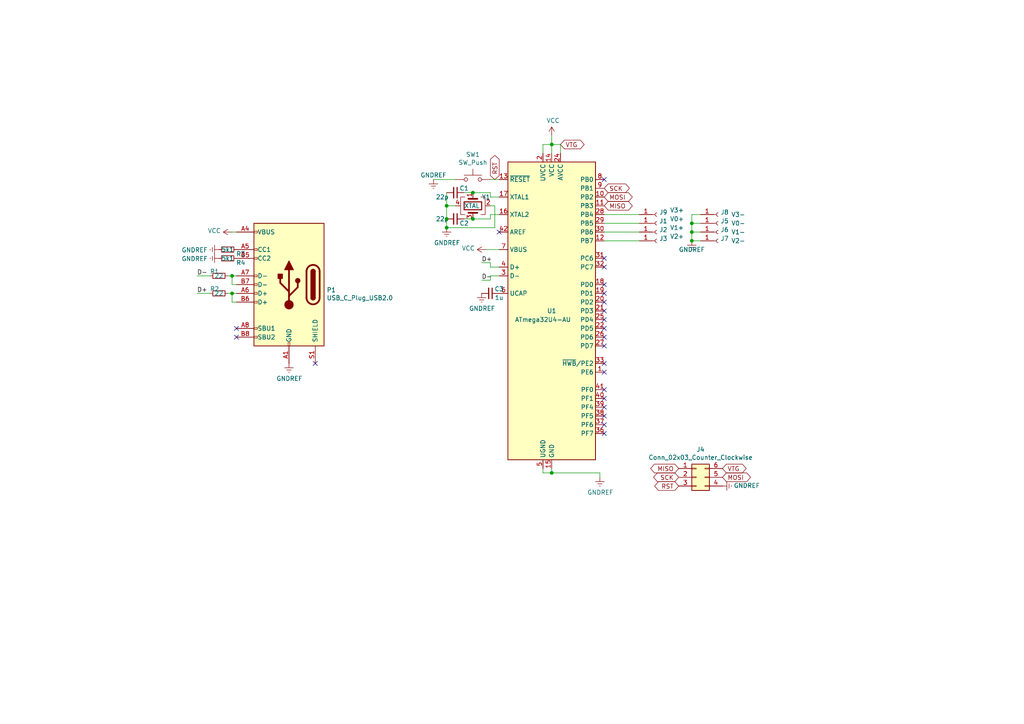
<source format=kicad_sch>
(kicad_sch (version 20211123) (generator eeschema)
  (paper "A4")
  (lib_symbols
    (symbol "Connector:Conn_01x01_Female" (pin_names (offset 1.016) hide)
      (property "Reference" "J" (at 0 2.54 0))
      (property "Value" "Conn_01x01_Female" (at 0 -2.54 0))
      (symbol "Conn_01x01_Female_1_1"
        (polyline (pts (xy -1.27 0) (xy -0.508 0)) (stroke (width 0.1524)))
        (arc (start 0 0.508) (mid -0.508 0) (end 0 -0.508) (stroke (width 0.1524)))
        (pin passive line (at -5.08 0 0) (length 3.81) (name "Pin_1") (number "1"))
      )
    )
    (symbol "Connector:USB_C_Receptacle_USB2.0" (pin_names (offset 1.016))
      (property "Reference" "J" (at -10.16 19.05 0))
      (property "Value" "USB_C_Receptacle_USB2.0" (at 19.05 19.05 0))
      (symbol "USB_C_Receptacle_USB2.0_0_0"
        (rectangle (start -0.254 -17.78) (end 0.254 -16.764))
        (rectangle (start 10.16 -14.986) (end 9.144 -15.494))
        (rectangle (start 10.16 -12.446) (end 9.144 -12.954))
        (rectangle (start 10.16 -4.826) (end 9.144 -5.334))
        (rectangle (start 10.16 -2.286) (end 9.144 -2.794))
        (rectangle (start 10.16 0.254) (end 9.144 -0.254))
        (rectangle (start 10.16 2.794) (end 9.144 2.286))
        (rectangle (start 10.16 7.874) (end 9.144 7.366))
        (rectangle (start 10.16 10.414) (end 9.144 9.906))
        (rectangle (start 10.16 15.494) (end 9.144 14.986))
      )
      (symbol "USB_C_Receptacle_USB2.0_0_1"
        (rectangle (start -10.16 17.78) (end 10.16 -17.78) (stroke (width 0.254)) (fill (type background)))
        (arc (start -8.89 -3.81) (mid -6.985 -5.715) (end -5.08 -3.81) (stroke (width 0.508)))
        (arc (start -7.62 -3.81) (mid -6.985 -4.445) (end -6.35 -3.81) (stroke (width 0.254)))
        (arc (start -7.62 -3.81) (mid -6.985 -4.445) (end -6.35 -3.81) (stroke (width 0.254)) (fill (type outline)))
        (rectangle (start -7.62 -3.81) (end -6.35 3.81) (stroke (width 0.254)) (fill (type outline)))
        (arc (start -6.35 3.81) (mid -6.985 4.445) (end -7.62 3.81) (stroke (width 0.254)))
        (arc (start -6.35 3.81) (mid -6.985 4.445) (end -7.62 3.81) (stroke (width 0.254)) (fill (type outline)))
        (arc (start -5.08 3.81) (mid -6.985 5.715) (end -8.89 3.81) (stroke (width 0.508)))
        (circle (center -2.54 1.143) (radius 0.635) (stroke (width 0.254)) (fill (type outline)))
        (circle (center 0 -5.842) (radius 1.27) (fill (type outline)))
        (polyline (pts (xy -8.89 -3.81) (xy -8.89 3.81)) (stroke (width 0.508)))
        (polyline (pts (xy -5.08 3.81) (xy -5.08 -3.81)) (stroke (width 0.508)))
        (polyline (pts (xy 0 -5.842) (xy 0 4.318)) (stroke (width 0.508)))
        (polyline (pts (xy 0 -3.302) (xy -2.54 -0.762) (xy -2.54 0.508)) (stroke (width 0.508)))
        (polyline (pts (xy 0 -2.032) (xy 2.54 0.508) (xy 2.54 1.778)) (stroke (width 0.508)))
        (polyline (pts (xy -1.27 4.318) (xy 0 6.858) (xy 1.27 4.318) (xy -1.27 4.318)) (stroke (width 0.254)) (fill (type outline)))
        (rectangle (start 1.905 1.778) (end 3.175 3.048) (stroke (width 0.254)) (fill (type outline)))
      )
      (symbol "USB_C_Receptacle_USB2.0_1_1"
        (pin passive line (at 0 -22.86 90) (length 5.08) (name "GND") (number "A1"))
        (pin passive line (at 0 -22.86 90) (length 5.08) hide (name "GND") (number "A12"))
        (pin passive line (at 15.24 15.24 180) (length 5.08) (name "VBUS") (number "A4"))
        (pin bidirectional line (at 15.24 10.16 180) (length 5.08) (name "CC1") (number "A5"))
        (pin bidirectional line (at 15.24 -2.54 180) (length 5.08) (name "D+") (number "A6"))
        (pin bidirectional line (at 15.24 2.54 180) (length 5.08) (name "D-") (number "A7"))
        (pin bidirectional line (at 15.24 -12.7 180) (length 5.08) (name "SBU1") (number "A8"))
        (pin passive line (at 15.24 15.24 180) (length 5.08) hide (name "VBUS") (number "A9"))
        (pin passive line (at 0 -22.86 90) (length 5.08) hide (name "GND") (number "B1"))
        (pin passive line (at 0 -22.86 90) (length 5.08) hide (name "GND") (number "B12"))
        (pin passive line (at 15.24 15.24 180) (length 5.08) hide (name "VBUS") (number "B4"))
        (pin bidirectional line (at 15.24 7.62 180) (length 5.08) (name "CC2") (number "B5"))
        (pin bidirectional line (at 15.24 -5.08 180) (length 5.08) (name "D+") (number "B6"))
        (pin bidirectional line (at 15.24 0 180) (length 5.08) (name "D-") (number "B7"))
        (pin bidirectional line (at 15.24 -15.24 180) (length 5.08) (name "SBU2") (number "B8"))
        (pin passive line (at 15.24 15.24 180) (length 5.08) hide (name "VBUS") (number "B9"))
        (pin passive line (at -7.62 -22.86 90) (length 5.08) (name "SHIELD") (number "S1"))
      )
    )
    (symbol "Connector_Generic:Conn_02x03_Counter_Clockwise" (pin_names (offset 1.016) hide)
      (property "Reference" "J" (at 1.27 5.08 0))
      (property "Value" "Conn_02x03_Counter_Clockwise" (at 1.27 -5.08 0))
      (symbol "Conn_02x03_Counter_Clockwise_1_1"
        (rectangle (start -1.27 -2.413) (end 0 -2.667) (stroke (width 0.1524)))
        (rectangle (start -1.27 0.127) (end 0 -0.127) (stroke (width 0.1524)))
        (rectangle (start -1.27 2.667) (end 0 2.413) (stroke (width 0.1524)))
        (rectangle (start -1.27 3.81) (end 3.81 -3.81) (stroke (width 0.254)) (fill (type background)))
        (rectangle (start 3.81 -2.413) (end 2.54 -2.667) (stroke (width 0.1524)))
        (rectangle (start 3.81 0.127) (end 2.54 -0.127) (stroke (width 0.1524)))
        (rectangle (start 3.81 2.667) (end 2.54 2.413) (stroke (width 0.1524)))
        (pin passive line (at -5.08 2.54 0) (length 3.81) (name "Pin_1") (number "1"))
        (pin passive line (at -5.08 0 0) (length 3.81) (name "Pin_2") (number "2"))
        (pin passive line (at -5.08 -2.54 0) (length 3.81) (name "Pin_3") (number "3"))
        (pin passive line (at 7.62 -2.54 180) (length 3.81) (name "Pin_4") (number "4"))
        (pin passive line (at 7.62 0 180) (length 3.81) (name "Pin_5") (number "5"))
        (pin passive line (at 7.62 2.54 180) (length 3.81) (name "Pin_6") (number "6"))
      )
    )
    (symbol "Device:C_Small" (pin_numbers hide) (pin_names (offset 0.254) hide)
      (property "Reference" "C" (at 0.254 1.778 0))
      (property "Value" "C_Small" (at 0.254 -2.032 0))
      (symbol "C_Small_0_1"
        (polyline (pts (xy -1.524 -0.508) (xy 1.524 -0.508)) (stroke (width 0.3302)))
        (polyline (pts (xy -1.524 0.508) (xy 1.524 0.508)) (stroke (width 0.3048)))
      )
      (symbol "C_Small_1_1"
        (pin passive line (at 0 2.54 270) (length 2.032) (name "~") (number "1"))
        (pin passive line (at 0 -2.54 90) (length 2.032) (name "~") (number "2"))
      )
    )
    (symbol "Device:Crystal_GND24" (pin_names (offset 1.016) hide)
      (property "Reference" "Y" (at 3.175 5.08 0))
      (property "Value" "Crystal_GND24" (at 3.175 3.175 0))
      (symbol "Crystal_GND24_0_1"
        (rectangle (start -1.143 2.54) (end 1.143 -2.54) (stroke (width 0.3048)))
        (polyline (pts (xy -2.54 0) (xy -2.032 0)))
        (polyline (pts (xy -2.032 -1.27) (xy -2.032 1.27)) (stroke (width 0.508)))
        (polyline (pts (xy 0 -3.81) (xy 0 -3.556)))
        (polyline (pts (xy 0 3.556) (xy 0 3.81)))
        (polyline (pts (xy 2.032 -1.27) (xy 2.032 1.27)) (stroke (width 0.508)))
        (polyline (pts (xy 2.032 0) (xy 2.54 0)))
        (polyline (pts (xy -2.54 -2.286) (xy -2.54 -3.556) (xy 2.54 -3.556) (xy 2.54 -2.286)))
        (polyline (pts (xy -2.54 2.286) (xy -2.54 3.556) (xy 2.54 3.556) (xy 2.54 2.286)))
      )
      (symbol "Crystal_GND24_1_1"
        (pin passive line (at -3.81 0 0) (length 1.27) (name "1") (number "1"))
        (pin passive line (at 0 5.08 270) (length 1.27) (name "2") (number "2"))
        (pin passive line (at 3.81 0 180) (length 1.27) (name "3") (number "3"))
        (pin passive line (at 0 -5.08 90) (length 1.27) (name "4") (number "4"))
      )
    )
    (symbol "Device:R_Small" (pin_numbers hide) (pin_names (offset 0.254) hide)
      (property "Reference" "R" (at 0.762 0.508 0))
      (property "Value" "R_Small" (at 0.762 -1.016 0))
      (symbol "R_Small_0_1"
        (rectangle (start -0.762 1.778) (end 0.762 -1.778) (stroke (width 0.2032)))
      )
      (symbol "R_Small_1_1"
        (pin passive line (at 0 2.54 270) (length 0.762) (name "~") (number "1"))
        (pin passive line (at 0 -2.54 90) (length 0.762) (name "~") (number "2"))
      )
    )
    (symbol "Switch:SW_Push" (pin_numbers hide) (pin_names (offset 1.016) hide)
      (property "Reference" "SW" (at 1.27 2.54 0))
      (property "Value" "SW_Push" (at 0 -1.524 0))
      (symbol "SW_Push_0_1"
        (circle (center -2.032 0) (radius 0.508))
        (polyline (pts (xy 0 1.27) (xy 0 3.048)))
        (polyline (pts (xy 2.54 1.27) (xy -2.54 1.27)))
        (circle (center 2.032 0) (radius 0.508))
        (pin passive line (at -5.08 0 0) (length 2.54) (name "1") (number "1"))
        (pin passive line (at 5.08 0 180) (length 2.54) (name "2") (number "2"))
      )
    )
    (symbol "SysMonPro-rescue:ATmega32U4-AU-MCU_Microchip_ATmega"
      (property "Reference" "U" (at -12.7 44.45 0))
      (property "Value" "ATmega32U4-AU-MCU_Microchip_ATmega" (at 2.54 -44.45 0))
      (symbol "ATmega32U4-AU-MCU_Microchip_ATmega_0_1"
        (rectangle (start -12.7 -43.18) (end 12.7 43.18) (stroke (width 0.254)) (fill (type background)))
      )
      (symbol "ATmega32U4-AU-MCU_Microchip_ATmega_1_1"
        (pin bidirectional line (at 15.24 -17.78 180) (length 2.54) (name "PE6") (number "1"))
        (pin bidirectional line (at 15.24 33.02 180) (length 2.54) (name "PB2") (number "10"))
        (pin bidirectional line (at 15.24 30.48 180) (length 2.54) (name "PB3") (number "11"))
        (pin bidirectional line (at 15.24 20.32 180) (length 2.54) (name "PB7") (number "12"))
        (pin input line (at -15.24 38.1 0) (length 2.54) (name "~{RESET}") (number "13"))
        (pin power_in line (at 0 45.72 270) (length 2.54) (name "VCC") (number "14"))
        (pin power_in line (at 0 -45.72 90) (length 2.54) (name "GND") (number "15"))
        (pin output line (at -15.24 27.94 0) (length 2.54) (name "XTAL2") (number "16"))
        (pin input line (at -15.24 33.02 0) (length 2.54) (name "XTAL1") (number "17"))
        (pin bidirectional line (at 15.24 7.62 180) (length 2.54) (name "PD0") (number "18"))
        (pin bidirectional line (at 15.24 5.08 180) (length 2.54) (name "PD1") (number "19"))
        (pin power_in line (at -2.54 45.72 270) (length 2.54) (name "UVCC") (number "2"))
        (pin bidirectional line (at 15.24 2.54 180) (length 2.54) (name "PD2") (number "20"))
        (pin bidirectional line (at 15.24 0 180) (length 2.54) (name "PD3") (number "21"))
        (pin bidirectional line (at 15.24 -5.08 180) (length 2.54) (name "PD5") (number "22"))
        (pin passive line (at 0 -45.72 90) (length 2.54) hide (name "GND") (number "23"))
        (pin power_in line (at 2.54 45.72 270) (length 2.54) (name "AVCC") (number "24"))
        (pin bidirectional line (at 15.24 -2.54 180) (length 2.54) (name "PD4") (number "25"))
        (pin bidirectional line (at 15.24 -7.62 180) (length 2.54) (name "PD6") (number "26"))
        (pin bidirectional line (at 15.24 -10.16 180) (length 2.54) (name "PD7") (number "27"))
        (pin bidirectional line (at 15.24 27.94 180) (length 2.54) (name "PB4") (number "28"))
        (pin bidirectional line (at 15.24 25.4 180) (length 2.54) (name "PB5") (number "29"))
        (pin bidirectional line (at -15.24 10.16 0) (length 2.54) (name "D-") (number "3"))
        (pin bidirectional line (at 15.24 22.86 180) (length 2.54) (name "PB6") (number "30"))
        (pin bidirectional line (at 15.24 15.24 180) (length 2.54) (name "PC6") (number "31"))
        (pin bidirectional line (at 15.24 12.7 180) (length 2.54) (name "PC7") (number "32"))
        (pin bidirectional line (at 15.24 -15.24 180) (length 2.54) (name "~{HWB}/PE2") (number "33"))
        (pin passive line (at 0 45.72 270) (length 2.54) hide (name "VCC") (number "34"))
        (pin passive line (at 0 -45.72 90) (length 2.54) hide (name "GND") (number "35"))
        (pin bidirectional line (at 15.24 -35.56 180) (length 2.54) (name "PF7") (number "36"))
        (pin bidirectional line (at 15.24 -33.02 180) (length 2.54) (name "PF6") (number "37"))
        (pin bidirectional line (at 15.24 -30.48 180) (length 2.54) (name "PF5") (number "38"))
        (pin bidirectional line (at 15.24 -27.94 180) (length 2.54) (name "PF4") (number "39"))
        (pin bidirectional line (at -15.24 12.7 0) (length 2.54) (name "D+") (number "4"))
        (pin bidirectional line (at 15.24 -25.4 180) (length 2.54) (name "PF1") (number "40"))
        (pin bidirectional line (at 15.24 -22.86 180) (length 2.54) (name "PF0") (number "41"))
        (pin passive line (at -15.24 22.86 0) (length 2.54) (name "AREF") (number "42"))
        (pin passive line (at 0 -45.72 90) (length 2.54) hide (name "GND") (number "43"))
        (pin passive line (at 2.54 45.72 270) (length 2.54) hide (name "AVCC") (number "44"))
        (pin passive line (at -2.54 -45.72 90) (length 2.54) (name "UGND") (number "5"))
        (pin passive line (at -15.24 5.08 0) (length 2.54) (name "UCAP") (number "6"))
        (pin input line (at -15.24 17.78 0) (length 2.54) (name "VBUS") (number "7"))
        (pin bidirectional line (at 15.24 38.1 180) (length 2.54) (name "PB0") (number "8"))
        (pin bidirectional line (at 15.24 35.56 180) (length 2.54) (name "PB1") (number "9"))
      )
    )
    (symbol "power:GNDREF" (power) (pin_names (offset 0))
      (property "Value" "GNDREF" (at 0 -3.81 0))
      (symbol "GNDREF_0_1"
        (polyline (pts (xy -0.635 -1.905) (xy 0.635 -1.905)))
        (polyline (pts (xy -0.127 -2.54) (xy 0.127 -2.54)))
        (polyline (pts (xy 0 -1.27) (xy 0 0)))
        (polyline (pts (xy 1.27 -1.27) (xy -1.27 -1.27)))
      )
      (symbol "GNDREF_1_1"
        (pin power_in line (at 0 0 270) (length 0) hide (name "GNDREF") (number "1"))
      )
    )
    (symbol "power:VCC" (power) (pin_names (offset 0))
      (property "Value" "VCC" (at 0 3.81 0))
      (symbol "VCC_0_1"
        (polyline (pts (xy -0.762 1.27) (xy 0 2.54)))
        (polyline (pts (xy 0 0) (xy 0 2.54)))
        (polyline (pts (xy 0 2.54) (xy 0.762 1.27)))
      )
      (symbol "VCC_1_1"
        (pin power_in line (at 0 0 90) (length 0) hide (name "VCC") (number "1"))
      )
    )
  )
  (junction (at 200.66 64.77))
  (junction (at 129.54 59.69))
  (junction (at 137.16 63.5))
  (junction (at 137.16 55.88))
  (junction (at 160.02 41.91))
  (junction (at 160.02 137.16))
  (junction (at 200.66 67.31))
  (junction (at 129.54 66.04))
  (junction (at 67.31 85.09))
  (junction (at 129.54 63.5))
  (junction (at 200.66 69.85))
  (junction (at 67.31 80.01))
  (no_connect (at 175.26 52.07))
  (no_connect (at 175.26 105.41))
  (no_connect (at 68.58 97.79))
  (no_connect (at 68.58 95.25))
  (no_connect (at 175.26 95.25))
  (no_connect (at 175.26 97.79))
  (no_connect (at 175.26 100.33))
  (no_connect (at 175.26 107.95))
  (no_connect (at 175.26 115.57))
  (no_connect (at 175.26 118.11))
  (no_connect (at 175.26 120.65))
  (no_connect (at 175.26 123.19))
  (no_connect (at 175.26 125.73))
  (no_connect (at 175.26 113.03))
  (no_connect (at 175.26 74.93))
  (no_connect (at 175.26 77.47))
  (no_connect (at 175.26 82.55))
  (no_connect (at 175.26 85.09))
  (no_connect (at 175.26 87.63))
  (no_connect (at 175.26 90.17))
  (no_connect (at 175.26 92.71))
  (no_connect (at 144.78 67.31))
  (no_connect (at 91.44 105.41))
  (wire (pts (xy 143.51 59.69) (xy 143.51 66.04)))
  (wire (pts (xy 157.48 44.45) (xy 157.48 41.91)))
  (wire (pts (xy 200.66 67.31) (xy 200.66 64.77)))
  (wire (pts (xy 67.31 85.09) (xy 68.58 85.09)))
  (wire (pts (xy 67.31 67.31) (xy 68.58 67.31)))
  (wire (pts (xy 68.58 82.55) (xy 67.31 82.55)))
  (wire (pts (xy 142.24 76.2) (xy 142.24 77.47)))
  (wire (pts (xy 66.04 80.01) (xy 67.31 80.01)))
  (wire (pts (xy 173.99 137.16) (xy 173.99 138.43)))
  (wire (pts (xy 67.31 85.09) (xy 67.31 87.63)))
  (wire (pts (xy 144.78 57.15) (xy 142.24 57.15)))
  (wire (pts (xy 142.24 81.28) (xy 142.24 80.01)))
  (wire (pts (xy 142.24 80.01) (xy 144.78 80.01)))
  (wire (pts (xy 162.56 41.91) (xy 160.02 41.91)))
  (wire (pts (xy 142.24 62.23) (xy 142.24 63.5)))
  (wire (pts (xy 160.02 137.16) (xy 173.99 137.16)))
  (wire (pts (xy 142.24 55.88) (xy 137.16 55.88)))
  (wire (pts (xy 67.31 80.01) (xy 68.58 80.01)))
  (wire (pts (xy 144.78 62.23) (xy 142.24 62.23)))
  (wire (pts (xy 142.24 59.69) (xy 143.51 59.69)))
  (wire (pts (xy 175.26 64.77) (xy 185.42 64.77)))
  (wire (pts (xy 67.31 87.63) (xy 68.58 87.63)))
  (wire (pts (xy 139.7 81.28) (xy 142.24 81.28)))
  (wire (pts (xy 160.02 44.45) (xy 160.02 41.91)))
  (wire (pts (xy 57.15 80.01) (xy 60.96 80.01)))
  (wire (pts (xy 200.66 69.85) (xy 200.66 67.31)))
  (wire (pts (xy 134.62 55.88) (xy 137.16 55.88)))
  (wire (pts (xy 139.7 76.2) (xy 142.24 76.2)))
  (wire (pts (xy 157.48 41.91) (xy 160.02 41.91)))
  (wire (pts (xy 129.54 63.5) (xy 129.54 66.04)))
  (wire (pts (xy 160.02 41.91) (xy 160.02 39.37)))
  (wire (pts (xy 66.04 85.09) (xy 67.31 85.09)))
  (wire (pts (xy 162.56 44.45) (xy 162.56 41.91)))
  (wire (pts (xy 57.15 85.09) (xy 60.96 85.09)))
  (wire (pts (xy 160.02 135.89) (xy 160.02 137.16)))
  (wire (pts (xy 175.26 67.31) (xy 185.42 67.31)))
  (wire (pts (xy 67.31 82.55) (xy 67.31 80.01)))
  (wire (pts (xy 125.73 52.07) (xy 132.08 52.07)))
  (wire (pts (xy 142.24 63.5) (xy 137.16 63.5)))
  (wire (pts (xy 157.48 137.16) (xy 160.02 137.16)))
  (wire (pts (xy 129.54 55.88) (xy 129.54 59.69)))
  (wire (pts (xy 142.24 57.15) (xy 142.24 55.88)))
  (wire (pts (xy 129.54 59.69) (xy 129.54 63.5)))
  (wire (pts (xy 132.08 59.69) (xy 129.54 59.69)))
  (wire (pts (xy 142.24 77.47) (xy 144.78 77.47)))
  (wire (pts (xy 142.24 52.07) (xy 144.78 52.07)))
  (wire (pts (xy 175.26 62.23) (xy 185.42 62.23)))
  (wire (pts (xy 203.2 67.31) (xy 200.66 67.31)))
  (wire (pts (xy 203.2 64.77) (xy 200.66 64.77)))
  (wire (pts (xy 200.66 62.23) (xy 200.66 64.77)))
  (wire (pts (xy 175.26 69.85) (xy 185.42 69.85)))
  (wire (pts (xy 134.62 63.5) (xy 137.16 63.5)))
  (wire (pts (xy 157.48 135.89) (xy 157.48 137.16)))
  (wire (pts (xy 140.97 72.39) (xy 144.78 72.39)))
  (wire (pts (xy 143.51 66.04) (xy 129.54 66.04)))
  (wire (pts (xy 203.2 62.23) (xy 200.66 62.23)))
  (wire (pts (xy 200.66 69.85) (xy 203.2 69.85)))
  (label "D+" (at 57.15 85.09 0))
  (label "D-" (at 139.7 81.28 0))
  (label "D-" (at 57.15 80.01 0))
  (label "D+" (at 139.7 76.2 0))
  (global_label "MOSI" (shape bidirectional) (at 209.55 138.43 0) (property "Intersheet References" "${INTERSHEET_REFS}" (effects hide)))
  (global_label "SCK" (shape bidirectional) (at 175.26 54.61 0) (property "Intersheet References" "${INTERSHEET_REFS}" (effects hide)))
  (global_label "RST" (shape bidirectional) (at 143.51 52.07 90) (property "Intersheet References" "${INTERSHEET_REFS}" (effects hide)))
  (global_label "SCK" (shape bidirectional) (at 196.85 138.43 180) (property "Intersheet References" "${INTERSHEET_REFS}" (effects hide)))
  (global_label "RST" (shape bidirectional) (at 196.85 140.97 180) (property "Intersheet References" "${INTERSHEET_REFS}" (effects hide)))
  (global_label "MISO" (shape bidirectional) (at 196.85 135.89 180) (property "Intersheet References" "${INTERSHEET_REFS}" (effects hide)))
  (global_label "MOSI" (shape bidirectional) (at 175.26 57.15 0) (property "Intersheet References" "${INTERSHEET_REFS}" (effects hide)))
  (global_label "VTG" (shape bidirectional) (at 162.56 41.91 0) (property "Intersheet References" "${INTERSHEET_REFS}" (effects hide)))
  (global_label "MISO" (shape bidirectional) (at 175.26 59.69 0) (property "Intersheet References" "${INTERSHEET_REFS}" (effects hide)))
  (global_label "VTG" (shape bidirectional) (at 209.55 135.89 0) (property "Intersheet References" "${INTERSHEET_REFS}" (effects hide)))
  (symbol (lib_id "SysMonPro-rescue:ATmega32U4-AU-MCU_Microchip_ATmega") (at 160.02 90.17 0) (unit 1)
    (property "Reference" "U1" (at 160.02 90.17 0))
    (property "Value" "ATmega32U4-AU" (at 157.48 92.71 0))
    (property "Footprint" "Package_QFP:TQFP-44_10x10mm_P0.8mm" (effects hide))
    (property "Datasheet" "http://ww1.microchip.com/downloads/en/DeviceDoc/Atmel-7766-8-bit-AVR-ATmega16U4-32U4_Datasheet.pdf" (effects hide))
  )
  (symbol (lib_id "power:GNDREF") (at 173.99 138.43 0) (unit 1)
    (property "Reference" "#PWR0101" (effects hide))
    (property "Value" "GNDREF" (at 174.117 142.8242 0))
  )
  (symbol (lib_id "Connector:USB_C_Receptacle_USB2.0") (at 83.82 82.55 0) (mirror y) (unit 1)
    (property "Reference" "P1" (at 94.742 84.0994 0) (effects (justify right)))
    (property "Value" "USB_C_Plug_USB2.0" (at 94.742 86.4108 0) (effects (justify right)))
    (property "Footprint" "Connector_USB:USB_C_Receptacle_Palconn_UTC16-G" (effects hide))
    (property "Datasheet" "https://www.usb.org/sites/default/files/documents/usb_type-c.zip" (effects hide))
  )
  (symbol (lib_id "Switch:SW_Push") (at 137.16 52.07 0) (unit 1)
    (property "Reference" "SW1" (at 137.16 44.831 0))
    (property "Value" "SW_Push" (at 137.16 47.1424 0))
    (property "Footprint" "Button_Switch_SMD:SW_SPST_SKQG_WithStem" (effects hide))
  )
  (symbol (lib_id "power:GNDREF") (at 129.54 66.04 0) (unit 1)
    (property "Reference" "#PWR0102" (effects hide))
    (property "Value" "GNDREF" (at 129.667 70.4342 0))
  )
  (symbol (lib_id "power:VCC") (at 67.31 67.31 90) (unit 1)
    (property "Reference" "#PWR03" (effects hide))
    (property "Value" "VCC" (at 64.0842 66.929 90) (effects (justify left)))
  )
  (symbol (lib_id "power:VCC") (at 140.97 72.39 90) (unit 1)
    (property "Reference" "#PWR07" (effects hide))
    (property "Value" "VCC" (at 137.7442 72.009 90) (effects (justify left)))
  )
  (symbol (lib_id "Device:R_Small") (at 63.5 85.09 270) (unit 1)
    (property "Reference" "R2" (at 62.23 83.82 90))
    (property "Value" "22" (at 63.5 85.09 90))
    (property "Footprint" "Resistor_SMD:R_0805_2012Metric_Pad1.20x1.40mm_HandSolder" (effects hide))
  )
  (symbol (lib_id "Device:R_Small") (at 63.5 80.01 270) (unit 1)
    (property "Reference" "R1" (at 62.23 78.74 90))
    (property "Value" "22" (at 63.5 80.01 90))
    (property "Footprint" "Resistor_SMD:R_0805_2012Metric_Pad1.20x1.40mm_HandSolder" (effects hide))
  )
  (symbol (lib_id "Device:Crystal_GND24") (at 137.16 59.69 270) (unit 1)
    (property "Reference" "Y1" (at 139.7 57.15 90) (effects (justify left)))
    (property "Value" "XTAL" (at 134.62 59.69 90) (effects (justify left)))
    (property "Footprint" "Crystal:Crystal_SMD_3225-4Pin_3.2x2.5mm_HandSoldering" (effects hide))
  )
  (symbol (lib_id "Device:C_Small") (at 132.08 55.88 270) (unit 1)
    (property "Reference" "C1" (at 134.62 54.61 90))
    (property "Value" "22p" (at 128.27 57.15 90))
    (property "Footprint" "Capacitor_SMD:C_0805_2012Metric_Pad1.18x1.45mm_HandSolder" (effects hide))
  )
  (symbol (lib_id "Device:C_Small") (at 132.08 63.5 270) (unit 1)
    (property "Reference" "C2" (at 134.62 64.77 90))
    (property "Value" "22p" (at 128.27 63.5 90))
    (property "Footprint" "Capacitor_SMD:C_0805_2012Metric_Pad1.18x1.45mm_HandSolder" (effects hide))
  )
  (symbol (lib_id "power:VCC") (at 160.02 39.37 0) (unit 1)
    (property "Reference" "#PWR08" (effects hide))
    (property "Value" "VCC" (at 160.401 34.9758 0))
  )
  (symbol (lib_id "Connector:Conn_01x01_Female") (at 190.5 64.77 0) (unit 1)
    (property "Reference" "J1" (at 191.2112 64.1096 0) (effects (justify left)))
    (property "Value" "V0+" (at 194.31 63.5 0) (effects (justify left)))
    (property "Footprint" "MountingHole:MountingHole_3.2mm_M3_Pad_Via" (effects hide))
  )
  (symbol (lib_id "Connector:Conn_01x01_Female") (at 190.5 67.31 0) (unit 1)
    (property "Reference" "J2" (at 191.2112 66.6496 0) (effects (justify left)))
    (property "Value" "V1+" (at 194.31 66.04 0) (effects (justify left)))
    (property "Footprint" "MountingHole:MountingHole_3.2mm_M3_Pad_Via" (effects hide))
  )
  (symbol (lib_id "Connector:Conn_01x01_Female") (at 190.5 69.85 0) (unit 1)
    (property "Reference" "J3" (at 191.2112 69.1896 0) (effects (justify left)))
    (property "Value" "V2+" (at 194.31 68.58 0) (effects (justify left)))
    (property "Footprint" "MountingHole:MountingHole_3.2mm_M3_Pad_Via" (effects hide))
  )
  (symbol (lib_id "Connector:Conn_01x01_Female") (at 208.28 64.77 0) (unit 1)
    (property "Reference" "J5" (at 208.9912 64.1096 0) (effects (justify left)))
    (property "Value" "V0-" (at 212.09 64.77 0) (effects (justify left)))
    (property "Footprint" "MountingHole:MountingHole_3.2mm_M3_Pad_Via" (effects hide))
  )
  (symbol (lib_id "Connector:Conn_01x01_Female") (at 208.28 67.31 0) (unit 1)
    (property "Reference" "J6" (at 208.9912 66.6496 0) (effects (justify left)))
    (property "Value" "V1-" (at 212.09 67.31 0) (effects (justify left)))
    (property "Footprint" "MountingHole:MountingHole_3.2mm_M3_Pad_Via" (effects hide))
  )
  (symbol (lib_id "Connector:Conn_01x01_Female") (at 208.28 69.85 0) (unit 1)
    (property "Reference" "J7" (at 208.9912 69.1896 0) (effects (justify left)))
    (property "Value" "V2-" (at 212.09 69.85 0) (effects (justify left)))
    (property "Footprint" "MountingHole:MountingHole_3.2mm_M3_Pad_Via" (effects hide))
  )
  (symbol (lib_id "Connector_Generic:Conn_02x03_Counter_Clockwise") (at 201.93 138.43 0) (unit 1)
    (property "Reference" "J4" (at 203.2 130.3782 0))
    (property "Value" "Conn_02x03_Counter_Clockwise" (at 203.2 132.6896 0))
    (property "Footprint" "Connector_PinSocket_2.54mm:PinSocket_2x03_P2.54mm_Vertical" (effects hide))
  )
  (symbol (lib_id "power:GNDREF") (at 209.55 140.97 90) (unit 1)
    (property "Reference" "#PWR010" (effects hide))
    (property "Value" "GNDREF" (at 212.8012 140.843 90) (effects (justify right)))
  )
  (symbol (lib_id "power:GNDREF") (at 139.7 85.09 0) (unit 1)
    (property "Reference" "#PWR06" (effects hide))
    (property "Value" "GNDREF" (at 139.827 89.4842 0))
  )
  (symbol (lib_id "Device:C_Small") (at 142.24 85.09 270) (unit 1)
    (property "Reference" "C3" (at 144.78 83.82 90))
    (property "Value" "1u" (at 144.78 86.36 90))
    (property "Footprint" "Capacitor_SMD:C_0805_2012Metric_Pad1.18x1.45mm_HandSolder" (effects hide))
  )
  (symbol (lib_id "power:GNDREF") (at 200.66 69.85 0) (unit 1)
    (property "Reference" "#PWR09" (effects hide))
    (property "Value" "GNDREF" (at 200.66 72.39 0))
  )
  (symbol (lib_id "power:GNDREF") (at 125.73 52.07 0) (unit 1)
    (property "Reference" "#PWR05" (effects hide))
    (property "Value" "GNDREF" (at 125.73 50.8 0))
  )
  (symbol (lib_id "power:GNDREF") (at 83.82 105.41 0) (unit 1)
    (property "Reference" "#PWR04" (effects hide))
    (property "Value" "GNDREF" (at 83.947 109.8042 0))
  )
  (symbol (lib_id "Device:R_Small") (at 66.04 72.39 270) (unit 1)
    (property "Reference" "R3" (at 69.85 73.66 90))
    (property "Value" "5k1" (at 66.04 72.39 90))
    (property "Footprint" "Resistor_SMD:R_0805_2012Metric_Pad1.20x1.40mm_HandSolder" (effects hide))
  )
  (symbol (lib_id "power:GNDREF") (at 63.5 72.39 270) (unit 1)
    (property "Reference" "#PWR01" (effects hide))
    (property "Value" "GNDREF" (at 60.2488 72.517 90) (effects (justify right)))
  )
  (symbol (lib_id "Device:R_Small") (at 66.04 74.93 270) (unit 1)
    (property "Reference" "R4" (at 69.85 76.2 90))
    (property "Value" "5k1" (at 66.04 74.93 90))
    (property "Footprint" "Resistor_SMD:R_0805_2012Metric_Pad1.20x1.40mm_HandSolder" (effects hide))
  )
  (symbol (lib_id "power:GNDREF") (at 63.5 74.93 270) (unit 1)
    (property "Reference" "#PWR02" (effects hide))
    (property "Value" "GNDREF" (at 60.2488 75.057 90) (effects (justify right)))
  )
  (symbol (lib_id "Connector:Conn_01x01_Female") (at 208.28 62.23 0) (unit 1)
    (property "Reference" "J8" (at 208.9912 61.5696 0) (effects (justify left)))
    (property "Value" "V3-" (at 212.09 62.23 0) (effects (justify left)))
    (property "Footprint" "MountingHole:MountingHole_3.2mm_M3_Pad_Via" (effects hide))
  )
  (symbol (lib_id "Connector:Conn_01x01_Female") (at 190.5 62.23 0) (unit 1)
    (property "Reference" "J9" (at 191.2112 61.5696 0) (effects (justify left)))
    (property "Value" "V3+" (at 194.31 60.96 0) (effects (justify left)))
    (property "Footprint" "MountingHole:MountingHole_3.2mm_M3_Pad_Via" (effects hide))
  )
)
</source>
